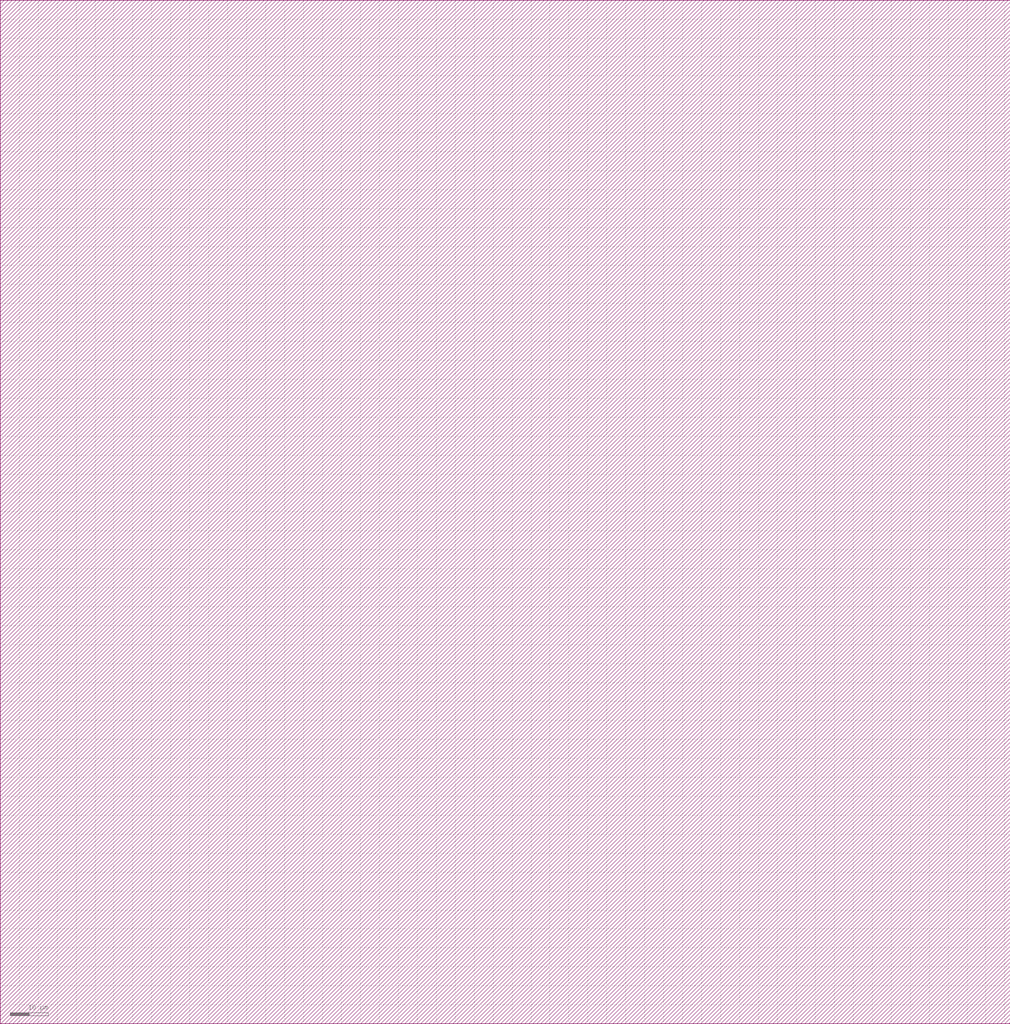
<source format=lef>
VERSION 5.6 ;

BUSBITCHARS "[]" ;

DIVIDERCHAR "/" ;

UNITS
    DATABASE MICRONS 1000 ;
END UNITS

MANUFACTURINGGRID 0.005000 ; 

CLEARANCEMEASURE EUCLIDEAN ; 

USEMINSPACING OBS ON ; 

SITE CoreSite
    CLASS CORE ;
    SIZE 0.600000 BY 0.300000 ;
END CoreSite

LAYER li
   TYPE ROUTING ;
   DIRECTION VERTICAL ;
   MINWIDTH 0.300000 ;
   AREA 0.056250 ;
   WIDTH 0.300000 ;
   SPACINGTABLE
      PARALLELRUNLENGTH 0.0
      WIDTH 0.0 0.225000 ;
   PITCH 0.600000 0.600000 ;
END li

LAYER mcon
    TYPE CUT ;
    SPACING 0.225000 ;
    WIDTH 0.300000 ;
    ENCLOSURE ABOVE 0.075000 0.075000 ;
    ENCLOSURE BELOW 0.000000 0.000000 ;
END mcon

LAYER met1
   TYPE ROUTING ;
   DIRECTION HORIZONTAL ;
   MINWIDTH 0.150000 ;
   AREA 0.084375 ;
   WIDTH 0.150000 ;
   SPACINGTABLE
      PARALLELRUNLENGTH 0.0
      WIDTH 0.0 0.150000 ;
   PITCH 0.300000 0.300000 ;
END met1

LAYER v1
    TYPE CUT ;
    SPACING 0.075000 ;
    WIDTH 0.300000 ;
    ENCLOSURE ABOVE 0.075000 0.075000 ;
    ENCLOSURE BELOW 0.075000 0.075000 ;
END v1

LAYER met2
   TYPE ROUTING ;
   DIRECTION VERTICAL ;
   MINWIDTH 0.150000 ;
   AREA 0.073125 ;
   WIDTH 0.150000 ;
   SPACINGTABLE
      PARALLELRUNLENGTH 0.0
      WIDTH 0.0 0.150000 ;
   PITCH 0.300000 0.300000 ;
END met2

LAYER v2
    TYPE CUT ;
    SPACING 0.150000 ;
    WIDTH 0.300000 ;
    ENCLOSURE ABOVE 0.075000 0.075000 ;
    ENCLOSURE BELOW 0.075000 0.000000 ;
END v2

LAYER met3
   TYPE ROUTING ;
   DIRECTION HORIZONTAL ;
   MINWIDTH 0.300000 ;
   AREA 0.241875 ;
   WIDTH 0.300000 ;
   SPACINGTABLE
      PARALLELRUNLENGTH 0.0
      WIDTH 0.0 0.300000 ;
   PITCH 0.600000 0.600000 ;
END met3

LAYER v3
    TYPE CUT ;
    SPACING 0.150000 ;
    WIDTH 0.450000 ;
    ENCLOSURE ABOVE 0.075000 0.075000 ;
    ENCLOSURE BELOW 0.075000 0.000000 ;
END v3

LAYER met4
   TYPE ROUTING ;
   DIRECTION VERTICAL ;
   MINWIDTH 0.300000 ;
   AREA 0.241875 ;
   WIDTH 0.300000 ;
   SPACINGTABLE
      PARALLELRUNLENGTH 0.0
      WIDTH 0.0 0.300000 ;
   PITCH 0.600000 0.600000 ;
END met4

LAYER v4
    TYPE CUT ;
    SPACING 0.450000 ;
    WIDTH 1.200000 ;
    ENCLOSURE ABOVE 0.150000 0.150000 ;
    ENCLOSURE BELOW 0.000000 0.000000 ;
END v4

LAYER met5
   TYPE ROUTING ;
   DIRECTION HORIZONTAL ;
   MINWIDTH 1.650000 ;
   AREA 4.005000 ;
   WIDTH 1.650000 ;
   SPACINGTABLE
      PARALLELRUNLENGTH 0.0
      WIDTH 0.0 1.650000 ;
   PITCH 3.300000 3.300000 ;
END met5

LAYER OVERLAP
   TYPE OVERLAP ;
END OVERLAP

VIA mcon_C DEFAULT
   LAYER li ;
     RECT -0.150000 -0.150000 0.150000 0.150000 ;
   LAYER mcon ;
     RECT -0.150000 -0.150000 0.150000 0.150000 ;
   LAYER met1 ;
     RECT -0.225000 -0.225000 0.225000 0.225000 ;
END mcon_C

VIA v1_C DEFAULT
   LAYER met1 ;
     RECT -0.225000 -0.225000 0.225000 0.225000 ;
   LAYER v1 ;
     RECT -0.150000 -0.150000 0.150000 0.150000 ;
   LAYER met2 ;
     RECT -0.225000 -0.225000 0.225000 0.225000 ;
END v1_C

VIA v2_C DEFAULT
   LAYER met2 ;
     RECT -0.150000 -0.225000 0.150000 0.225000 ;
   LAYER v2 ;
     RECT -0.150000 -0.150000 0.150000 0.150000 ;
   LAYER met3 ;
     RECT -0.225000 -0.225000 0.225000 0.225000 ;
END v2_C

VIA v2_Ch
   LAYER met2 ;
     RECT -0.225000 -0.150000 0.225000 0.150000 ;
   LAYER v2 ;
     RECT -0.150000 -0.150000 0.150000 0.150000 ;
   LAYER met3 ;
     RECT -0.225000 -0.225000 0.225000 0.225000 ;
END v2_Ch

VIA v2_Cv
   LAYER met2 ;
     RECT -0.150000 -0.225000 0.150000 0.225000 ;
   LAYER v2 ;
     RECT -0.150000 -0.150000 0.150000 0.150000 ;
   LAYER met3 ;
     RECT -0.225000 -0.225000 0.225000 0.225000 ;
END v2_Cv

VIA v3_C DEFAULT
   LAYER met3 ;
     RECT -0.300000 -0.225000 0.300000 0.225000 ;
   LAYER v3 ;
     RECT -0.225000 -0.225000 0.225000 0.225000 ;
   LAYER met4 ;
     RECT -0.300000 -0.300000 0.300000 0.300000 ;
END v3_C

VIA v3_Ch
   LAYER met3 ;
     RECT -0.300000 -0.225000 0.300000 0.225000 ;
   LAYER v3 ;
     RECT -0.225000 -0.225000 0.225000 0.225000 ;
   LAYER met4 ;
     RECT -0.300000 -0.300000 0.300000 0.300000 ;
END v3_Ch

VIA v3_Cv
   LAYER met3 ;
     RECT -0.300000 -0.225000 0.300000 0.225000 ;
   LAYER v3 ;
     RECT -0.225000 -0.225000 0.225000 0.225000 ;
   LAYER met4 ;
     RECT -0.300000 -0.300000 0.300000 0.300000 ;
END v3_Cv

VIA v4_C DEFAULT
   LAYER met4 ;
     RECT -0.600000 -0.600000 0.600000 0.600000 ;
   LAYER v4 ;
     RECT -0.600000 -0.600000 0.600000 0.600000 ;
   LAYER met5 ;
     RECT -0.750000 -0.750000 0.750000 0.750000 ;
END v4_C

MACRO _0_0std_0_0cells_0_0MUX2X1
    CLASS CORE ;
    FOREIGN _0_0std_0_0cells_0_0MUX2X1 0.000000 0.000000 ;
    ORIGIN 0.000000 0.000000 ;
    SIZE 6.600000 BY 5.100000 ;
    SYMMETRY X Y ;
    SITE CoreSite ;
    PIN A
        DIRECTION INPUT ;
        USE SIGNAL ;
        PORT
        LAYER li ;
        RECT 0.600000 4.725000 0.900000 4.800000 ;
        RECT 0.600000 4.500000 0.975000 4.725000 ;
        RECT 0.750000 3.975000 0.975000 4.500000 ;
        RECT 0.750000 3.750000 0.975000 3.975000 ;
        RECT 0.750000 3.675000 0.975000 3.750000 ;
        END
        ANTENNAGATEAREA 0.281250 ;
    END A
    PIN B
        DIRECTION INPUT ;
        USE SIGNAL ;
        PORT
        LAYER li ;
        RECT 3.300000 4.500000 3.600000 4.800000 ;
        RECT 3.300000 3.975000 3.525000 4.500000 ;
        RECT 3.300000 3.750000 3.525000 3.975000 ;
        RECT 3.300000 3.675000 3.525000 3.750000 ;
        END
        ANTENNAGATEAREA 0.281250 ;
    END B
    PIN S
        DIRECTION INPUT ;
        USE SIGNAL ;
        PORT
        LAYER li ;
        RECT 1.800000 4.500000 2.100000 4.800000 ;
        RECT 1.800000 3.975000 2.025000 4.500000 ;
        RECT 1.800000 3.750000 2.475000 3.975000 ;
        RECT 1.800000 3.450000 2.025000 3.750000 ;
        RECT 1.800000 3.225000 2.025000 3.450000 ;
        RECT 1.800000 3.150000 2.025000 3.225000 ;
        RECT 2.475000 3.750000 2.700000 3.975000 ;
        RECT 2.700000 3.750000 2.775000 3.975000 ;
        END
        ANTENNAGATEAREA 0.438750 ;
    END S
    PIN Y
        DIRECTION OUTPUT ;
        USE SIGNAL ;
        PORT
        LAYER li ;
        RECT 4.200000 0.600000 4.425000 1.425000 ;
        RECT 4.200000 0.300000 4.500000 0.600000 ;
        RECT 1.650000 1.425000 1.725000 1.650000 ;
        RECT 1.725000 1.425000 1.950000 1.650000 ;
        RECT 1.950000 1.425000 2.025000 1.650000 ;
        RECT 2.475000 2.475000 2.550000 2.700000 ;
        RECT 2.550000 2.475000 2.775000 2.700000 ;
        RECT 2.775000 2.475000 2.850000 2.700000 ;
        RECT 4.200000 2.700000 4.425000 2.775000 ;
        RECT 4.200000 2.475000 4.425000 2.700000 ;
        RECT 4.200000 1.650000 4.425000 2.475000 ;
        RECT 4.200000 1.425000 4.575000 1.650000 ;
        RECT 4.575000 1.425000 4.800000 1.650000 ;
        RECT 4.800000 1.425000 4.875000 1.650000 ;
        RECT 5.025000 2.475000 5.100000 2.700000 ;
        RECT 5.100000 2.475000 5.325000 2.700000 ;
        RECT 5.325000 2.475000 5.400000 2.700000 ;
        LAYER mcon ;
        RECT 1.725000 1.425000 1.950000 1.650000 ;
        RECT 2.550000 2.475000 2.775000 2.700000 ;
        RECT 4.200000 2.475000 4.425000 2.700000 ;
        RECT 4.575000 1.425000 4.800000 1.650000 ;
        RECT 5.100000 2.475000 5.325000 2.700000 ;
        LAYER met1 ;
        RECT 1.650000 1.650000 4.875000 1.725000 ;
        RECT 1.650000 1.425000 1.725000 1.650000 ;
        RECT 1.650000 1.350000 4.875000 1.425000 ;
        RECT 1.725000 1.425000 1.950000 1.650000 ;
        RECT 1.950000 1.425000 4.575000 1.650000 ;
        RECT 2.475000 2.700000 5.400000 2.775000 ;
        RECT 2.475000 2.475000 2.550000 2.700000 ;
        RECT 2.475000 2.400000 5.400000 2.475000 ;
        RECT 4.575000 1.425000 4.800000 1.650000 ;
        RECT 2.550000 2.475000 2.775000 2.700000 ;
        RECT 4.800000 1.425000 4.875000 1.650000 ;
        RECT 2.775000 2.475000 4.200000 2.700000 ;
        RECT 4.200000 2.475000 4.425000 2.700000 ;
        RECT 4.425000 2.475000 5.100000 2.700000 ;
        RECT 5.100000 2.475000 5.325000 2.700000 ;
        RECT 5.325000 2.475000 5.400000 2.700000 ;
        END
        ANTENNADIFFAREA 1.406250 ;
    END Y
    PIN Vdd
        DIRECTION INPUT ;
        USE POWER ;
        PORT
        LAYER li ;
        RECT 1.200000 2.850000 1.425000 3.525000 ;
        RECT 1.200000 2.625000 1.425000 2.850000 ;
        RECT 1.200000 2.550000 1.425000 2.625000 ;
        RECT 1.200000 3.750000 1.500000 3.900000 ;
        RECT 1.200000 3.525000 1.425000 3.750000 ;
        RECT 1.425000 3.600000 1.500000 3.750000 ;
        RECT 3.675000 3.150000 3.750000 3.375000 ;
        RECT 3.750000 3.150000 3.975000 3.375000 ;
        RECT 3.825000 3.750000 4.050000 3.825000 ;
        RECT 3.825000 3.525000 4.050000 3.750000 ;
        RECT 3.825000 3.375000 4.050000 3.525000 ;
        RECT 3.975000 3.150000 4.050000 3.375000 ;
        LAYER mcon ;
        RECT 1.200000 3.525000 1.425000 3.750000 ;
        RECT 3.825000 3.525000 4.050000 3.750000 ;
        LAYER met1 ;
        RECT 1.125000 3.750000 4.875000 3.825000 ;
        RECT 1.125000 3.525000 1.200000 3.750000 ;
        RECT 1.125000 3.450000 4.875000 3.525000 ;
        RECT 1.200000 3.525000 1.425000 3.750000 ;
        RECT 1.425000 3.525000 3.825000 3.750000 ;
        RECT 3.825000 3.525000 4.050000 3.750000 ;
        RECT 4.050000 3.525000 4.875000 3.750000 ;
        END
        ANTENNADIFFAREA 0.804375 ;
    END Vdd
    PIN GND
        DIRECTION INPUT ;
        USE GROUND ;
        PORT
        LAYER li ;
        RECT 0.600000 1.425000 0.900000 1.500000 ;
        RECT 0.600000 1.200000 0.675000 1.425000 ;
        RECT 0.600000 1.125000 0.900000 1.200000 ;
        RECT 0.600000 0.900000 0.675000 1.125000 ;
        RECT 0.600000 0.825000 0.900000 0.900000 ;
        RECT 0.675000 1.200000 0.900000 1.425000 ;
        RECT 0.675000 0.900000 0.900000 1.125000 ;
        RECT 3.075000 1.125000 3.300000 1.425000 ;
        RECT 3.075000 0.900000 3.300000 1.125000 ;
        RECT 3.075000 0.825000 3.300000 0.900000 ;
        RECT 3.075000 1.650000 3.300000 1.725000 ;
        RECT 3.075000 1.425000 3.300000 1.650000 ;
        LAYER mcon ;
        RECT 0.675000 0.900000 0.900000 1.125000 ;
        RECT 3.075000 0.900000 3.300000 1.125000 ;
        LAYER met1 ;
        RECT 0.600000 1.125000 3.450000 1.200000 ;
        RECT 0.600000 0.900000 0.675000 1.125000 ;
        RECT 0.600000 0.825000 3.450000 0.900000 ;
        RECT 0.675000 0.900000 0.900000 1.125000 ;
        RECT 0.900000 0.900000 3.075000 1.125000 ;
        RECT 3.075000 0.900000 3.300000 1.125000 ;
        RECT 3.300000 0.900000 3.450000 1.125000 ;
        END
        ANTENNADIFFAREA 0.607500 ;
    END GND
    OBS
        LAYER li ;
        RECT 0.600000 3.000000 0.675000 3.225000 ;
        RECT 0.675000 3.000000 0.900000 3.225000 ;
        RECT 0.900000 3.000000 0.975000 3.225000 ;
        RECT 3.750000 1.200000 3.975000 1.425000 ;
        RECT 3.750000 1.125000 3.975000 1.200000 ;
        RECT 3.750000 0.900000 3.975000 1.125000 ;
        RECT 3.750000 0.825000 3.975000 0.900000 ;
        RECT 5.100000 1.200000 5.325000 1.425000 ;
        RECT 5.100000 1.125000 5.325000 1.200000 ;
        RECT 5.100000 0.900000 5.325000 1.125000 ;
        RECT 5.100000 0.825000 5.325000 0.900000 ;
        RECT 1.725000 2.625000 1.950000 2.700000 ;
        RECT 1.725000 2.400000 1.950000 2.625000 ;
        RECT 1.725000 2.175000 1.950000 2.400000 ;
        RECT 1.725000 1.950000 1.950000 2.175000 ;
        RECT 1.725000 1.875000 1.950000 1.950000 ;
        RECT 2.550000 2.175000 2.775000 2.250000 ;
        RECT 2.550000 1.950000 2.775000 2.175000 ;
        RECT 2.550000 1.725000 2.775000 1.950000 ;
        RECT 2.550000 1.500000 2.775000 1.725000 ;
        RECT 2.550000 1.425000 2.775000 1.500000 ;
        RECT 3.750000 1.425000 3.975000 1.500000 ;
        RECT 4.500000 3.000000 4.575000 3.225000 ;
        RECT 4.575000 3.000000 4.800000 3.225000 ;
        RECT 4.800000 3.000000 4.875000 3.225000 ;
        RECT 5.100000 1.425000 5.325000 1.500000 ;
        RECT 5.625000 1.950000 5.700000 2.175000 ;
        RECT 5.700000 1.950000 5.925000 2.175000 ;
        RECT 5.925000 1.950000 6.000000 2.175000 ;
        LAYER met1 ;
        RECT 0.600000 3.225000 4.875000 3.300000 ;
        RECT 0.600000 3.000000 0.675000 3.225000 ;
        RECT 0.600000 2.925000 4.875000 3.000000 ;
        RECT 0.675000 3.000000 0.900000 3.225000 ;
        RECT 0.900000 3.000000 4.575000 3.225000 ;
        RECT 3.675000 1.125000 5.400000 1.200000 ;
        RECT 3.675000 0.825000 5.400000 0.900000 ;
        RECT 4.575000 3.000000 4.800000 3.225000 ;
        RECT 4.800000 3.000000 4.875000 3.225000 ;
        RECT 1.650000 2.175000 6.000000 2.250000 ;
        RECT 1.650000 1.950000 1.725000 2.175000 ;
        RECT 1.650000 1.875000 6.000000 1.950000 ;
        RECT 1.725000 1.950000 1.950000 2.175000 ;
        RECT 1.950000 1.950000 2.550000 2.175000 ;
        RECT 3.675000 0.900000 3.750000 1.125000 ;
        RECT 2.550000 1.950000 2.775000 2.175000 ;
        RECT 3.750000 0.900000 3.975000 1.125000 ;
        RECT 2.775000 1.950000 5.700000 2.175000 ;
        RECT 3.975000 0.900000 5.100000 1.125000 ;
        RECT 5.700000 1.950000 5.925000 2.175000 ;
        RECT 5.100000 0.900000 5.325000 1.125000 ;
        RECT 5.925000 1.950000 6.000000 2.175000 ;
        RECT 5.325000 0.900000 5.400000 1.125000 ;
    END
END _0_0std_0_0cells_0_0MUX2X1

MACRO welltap_svt
    CLASS CORE WELLTAP ;
    FOREIGN welltap_svt 0.000000 0.000000 ;
    ORIGIN 0.000000 0.000000 ;
    SIZE 1.200000 BY 2.100000 ;
    SYMMETRY X Y ;
    SITE CoreSite ;
    PIN Vdd
        DIRECTION INPUT ;
        USE POWER ;
        PORT
        LAYER li ;
        RECT 0.525000 1.725000 0.900000 1.800000 ;
        RECT 0.525000 1.500000 0.600000 1.725000 ;
        RECT 0.525000 1.425000 0.900000 1.500000 ;
        RECT 0.600000 1.500000 0.825000 1.725000 ;
        RECT 0.825000 1.500000 0.900000 1.725000 ;
        LAYER mcon ;
        RECT 0.600000 1.500000 0.825000 1.725000 ;
        LAYER met1 ;
        RECT 0.525000 1.725000 0.900000 1.800000 ;
        RECT 0.525000 1.500000 0.600000 1.725000 ;
        RECT 0.525000 1.425000 0.900000 1.500000 ;
        RECT 0.600000 1.500000 0.825000 1.725000 ;
        RECT 0.825000 1.500000 0.900000 1.725000 ;
        END
    END Vdd
    PIN GND
        DIRECTION INPUT ;
        USE GROUND ;
        PORT
        LAYER li ;
        RECT 0.525000 0.525000 0.900000 0.600000 ;
        RECT 0.525000 0.300000 0.600000 0.525000 ;
        RECT 0.525000 0.225000 0.900000 0.300000 ;
        RECT 0.600000 0.300000 0.825000 0.525000 ;
        RECT 0.825000 0.300000 0.900000 0.525000 ;
        LAYER mcon ;
        RECT 0.600000 0.300000 0.825000 0.525000 ;
        LAYER met1 ;
        RECT 0.525000 0.525000 0.900000 0.600000 ;
        RECT 0.525000 0.300000 0.600000 0.525000 ;
        RECT 0.525000 0.225000 0.900000 0.300000 ;
        RECT 0.600000 0.300000 0.825000 0.525000 ;
        RECT 0.825000 0.300000 0.900000 0.525000 ;
        END
    END GND
END welltap_svt

MACRO circuitppnp
   CLASS CORE ;
   FOREIGN circuitppnp 0.000000 0.000000 ;
   ORIGIN 0.000000 0.000000 ; 
   SIZE 266.400000 BY 270.000000 ; 
   SYMMETRY X Y ;
   SITE CoreSite ;
END circuitppnp

MACRO circuitwell
   CLASS CORE ;
   FOREIGN circuitwell 0.000000 0.000000 ;
   ORIGIN 0.000000 0.000000 ; 
   SIZE 266.400000 BY 270.000000 ; 
   SYMMETRY X Y ;
   SITE CoreSite ;
END circuitwell


</source>
